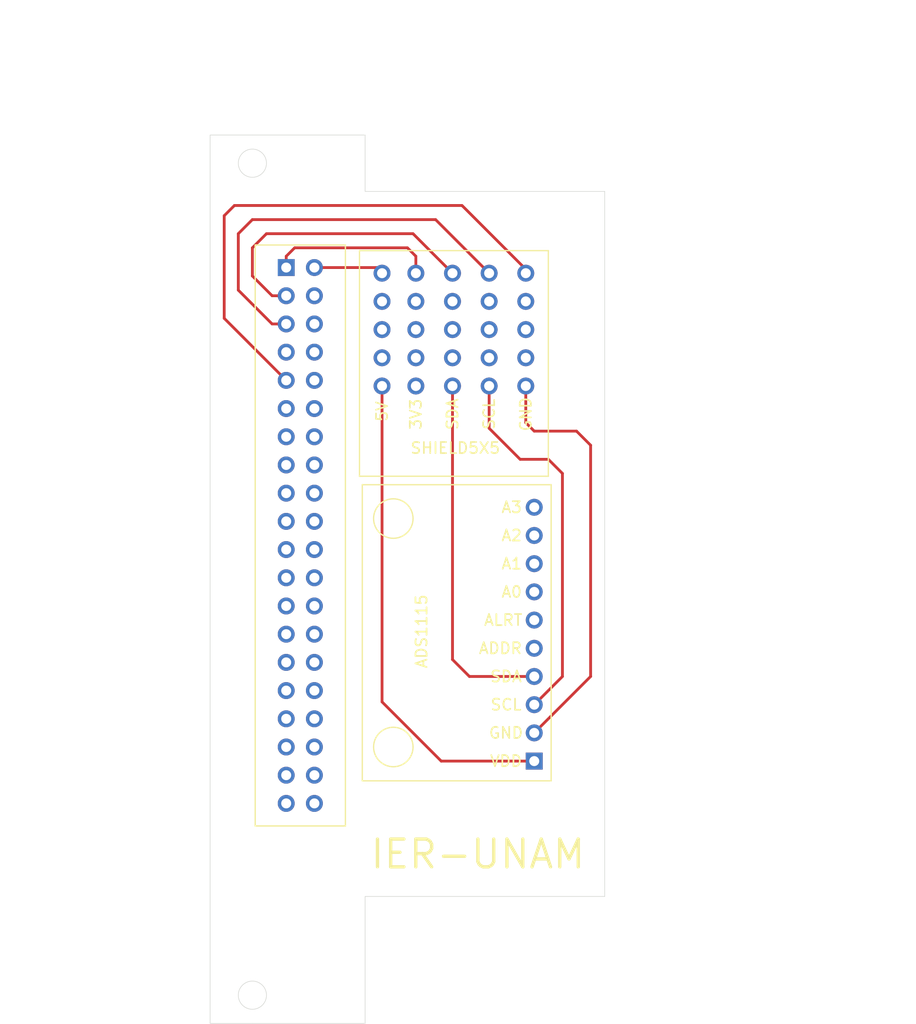
<source format=kicad_pcb>
(kicad_pcb (version 20171130) (host pcbnew "(5.1.9)-1")

  (general
    (thickness 1.6)
    (drawings 17)
    (tracks 42)
    (zones 0)
    (modules 3)
    (nets 1)
  )

  (page A4)
  (layers
    (0 F.Cu signal)
    (31 B.Cu signal)
    (32 B.Adhes user)
    (33 F.Adhes user)
    (34 B.Paste user)
    (35 F.Paste user)
    (36 B.SilkS user)
    (37 F.SilkS user)
    (38 B.Mask user)
    (39 F.Mask user)
    (40 Dwgs.User user)
    (41 Cmts.User user)
    (42 Eco1.User user)
    (43 Eco2.User user)
    (44 Edge.Cuts user)
    (45 Margin user)
    (46 B.CrtYd user)
    (47 F.CrtYd user)
    (48 B.Fab user)
    (49 F.Fab user)
  )

  (setup
    (last_trace_width 0.25)
    (trace_clearance 0.2)
    (zone_clearance 0.508)
    (zone_45_only no)
    (trace_min 0.2)
    (via_size 0.8)
    (via_drill 0.4)
    (via_min_size 0.4)
    (via_min_drill 0.3)
    (uvia_size 0.3)
    (uvia_drill 0.1)
    (uvias_allowed no)
    (uvia_min_size 0.2)
    (uvia_min_drill 0.1)
    (edge_width 0.05)
    (segment_width 0.2)
    (pcb_text_width 0.3)
    (pcb_text_size 1.5 1.5)
    (mod_edge_width 0.12)
    (mod_text_size 1 1)
    (mod_text_width 0.15)
    (pad_size 1.524 1.524)
    (pad_drill 0.9)
    (pad_to_mask_clearance 0)
    (aux_axis_origin 0 0)
    (visible_elements 7FFFFFFF)
    (pcbplotparams
      (layerselection 0x010fc_ffffffff)
      (usegerberextensions false)
      (usegerberattributes true)
      (usegerberadvancedattributes true)
      (creategerberjobfile true)
      (excludeedgelayer true)
      (linewidth 0.100000)
      (plotframeref false)
      (viasonmask false)
      (mode 1)
      (useauxorigin false)
      (hpglpennumber 1)
      (hpglpenspeed 20)
      (hpglpendiameter 15.000000)
      (psnegative false)
      (psa4output false)
      (plotreference true)
      (plotvalue true)
      (plotinvisibletext false)
      (padsonsilk false)
      (subtractmaskfromsilk false)
      (outputformat 1)
      (mirror false)
      (drillshape 1)
      (scaleselection 1)
      (outputdirectory ""))
  )

  (net 0 "")

  (net_class Default "This is the default net class."
    (clearance 0.2)
    (trace_width 0.25)
    (via_dia 0.8)
    (via_drill 0.4)
    (uvia_dia 0.3)
    (uvia_drill 0.1)
  )

  (module SHIELD-RASP3:SHIELD-RASP3 (layer F.Cu) (tedit 60FB347C) (tstamp 60E8CEF1)
    (at 118.11 100.33)
    (fp_text reference SHIELD-RASP3 (at 17.78 -24.892 -90) (layer F.SilkS) hide
      (effects (font (size 1 1) (thickness 0.15)))
    )
    (fp_text value SHIELD-RASP3 (at 11.43 -24.892 -90) (layer F.Fab) hide
      (effects (font (size 1 1) (thickness 0.15)))
    )
    (fp_line (start 10.414 -52.324) (end 18.542 -52.324) (layer F.SilkS) (width 0.12))
    (fp_line (start 18.542 -52.324) (end 18.542 0) (layer F.SilkS) (width 0.12))
    (fp_line (start 18.542 0) (end 10.414 0) (layer F.SilkS) (width 0.12))
    (fp_line (start 10.414 0) (end 10.414 -52.324) (layer F.SilkS) (width 0.12))
    (pad 39 thru_hole circle (at 13.208 -2.032 270) (size 1.524 1.524) (drill 0.9) (layers *.Cu *.Mask))
    (pad 37 thru_hole circle (at 13.208 -4.572 270) (size 1.524 1.524) (drill 0.9) (layers *.Cu *.Mask))
    (pad 35 thru_hole circle (at 13.208 -7.112 270) (size 1.524 1.524) (drill 0.9) (layers *.Cu *.Mask))
    (pad 33 thru_hole circle (at 13.208 -9.652 270) (size 1.524 1.524) (drill 0.9) (layers *.Cu *.Mask))
    (pad 31 thru_hole circle (at 13.208 -12.192 270) (size 1.524 1.524) (drill 0.9) (layers *.Cu *.Mask))
    (pad 29 thru_hole circle (at 13.208 -14.732 270) (size 1.524 1.524) (drill 0.9) (layers *.Cu *.Mask))
    (pad 27 thru_hole circle (at 13.208 -17.272 270) (size 1.524 1.524) (drill 0.9) (layers *.Cu *.Mask))
    (pad 25 thru_hole circle (at 13.208 -19.812 270) (size 1.524 1.524) (drill 0.9) (layers *.Cu *.Mask))
    (pad 23 thru_hole circle (at 13.208 -22.352 270) (size 1.524 1.524) (drill 0.9) (layers *.Cu *.Mask))
    (pad 21 thru_hole circle (at 13.208 -24.892 270) (size 1.524 1.524) (drill 0.9) (layers *.Cu *.Mask))
    (pad 19 thru_hole circle (at 13.208 -27.432 270) (size 1.524 1.524) (drill 0.9) (layers *.Cu *.Mask))
    (pad 17 thru_hole circle (at 13.208 -29.972 270) (size 1.524 1.524) (drill 0.9) (layers *.Cu *.Mask))
    (pad 15 thru_hole circle (at 13.208 -32.512 270) (size 1.524 1.524) (drill 0.9) (layers *.Cu *.Mask))
    (pad 13 thru_hole circle (at 13.208 -35.052 270) (size 1.524 1.524) (drill 0.9) (layers *.Cu *.Mask))
    (pad 11 thru_hole circle (at 13.208 -37.592 270) (size 1.524 1.524) (drill 0.9) (layers *.Cu *.Mask))
    (pad 9 thru_hole circle (at 13.208 -40.132 270) (size 1.524 1.524) (drill 0.9) (layers *.Cu *.Mask))
    (pad 7 thru_hole circle (at 13.208 -42.672 270) (size 1.524 1.524) (drill 0.9) (layers *.Cu *.Mask F.Paste))
    (pad 5 thru_hole circle (at 13.208 -45.212 270) (size 1.524 1.524) (drill 0.9) (layers *.Cu *.Mask))
    (pad 3 thru_hole circle (at 13.208 -47.752 270) (size 1.524 1.524) (drill 0.9) (layers *.Cu *.Mask))
    (pad 1 thru_hole rect (at 13.208 -50.292 270) (size 1.524 1.524) (drill 0.9) (layers *.Cu *.Mask))
    (pad 40 thru_hole circle (at 15.748 -2.032 270) (size 1.524 1.524) (drill 0.9) (layers *.Cu *.Mask))
    (pad 38 thru_hole circle (at 15.748 -4.572 270) (size 1.524 1.524) (drill 0.9) (layers *.Cu *.Mask))
    (pad 36 thru_hole circle (at 15.748 -7.112 270) (size 1.524 1.524) (drill 0.9) (layers *.Cu *.Mask))
    (pad 34 thru_hole circle (at 15.748 -9.652 270) (size 1.524 1.524) (drill 0.9) (layers *.Cu *.Mask))
    (pad 32 thru_hole circle (at 15.748 -12.192 270) (size 1.524 1.524) (drill 0.9) (layers *.Cu *.Mask))
    (pad 30 thru_hole circle (at 15.748 -14.732 270) (size 1.524 1.524) (drill 0.9) (layers *.Cu *.Mask))
    (pad 28 thru_hole circle (at 15.748 -17.272 270) (size 1.524 1.524) (drill 0.9) (layers *.Cu *.Mask))
    (pad 26 thru_hole circle (at 15.748 -19.812 270) (size 1.524 1.524) (drill 0.9) (layers *.Cu *.Mask))
    (pad 24 thru_hole circle (at 15.748 -22.352 270) (size 1.524 1.524) (drill 0.9) (layers *.Cu *.Mask))
    (pad 22 thru_hole circle (at 15.748 -24.892 270) (size 1.524 1.524) (drill 0.9) (layers *.Cu *.Mask))
    (pad 20 thru_hole circle (at 15.748 -27.432 270) (size 1.524 1.524) (drill 0.9) (layers *.Cu *.Mask))
    (pad 18 thru_hole circle (at 15.748 -29.972 270) (size 1.524 1.524) (drill 0.9) (layers *.Cu *.Mask))
    (pad 16 thru_hole circle (at 15.748 -32.512 270) (size 1.524 1.524) (drill 0.9) (layers *.Cu *.Mask))
    (pad 14 thru_hole circle (at 15.748 -35.052 270) (size 1.524 1.524) (drill 0.9) (layers *.Cu *.Mask))
    (pad 12 thru_hole circle (at 15.748 -37.592 270) (size 1.524 1.524) (drill 0.9) (layers *.Cu *.Mask))
    (pad 10 thru_hole circle (at 15.748 -40.132 270) (size 1.524 1.524) (drill 0.9) (layers *.Cu *.Mask))
    (pad 8 thru_hole circle (at 15.748 -42.672 270) (size 1.524 1.524) (drill 0.9) (layers *.Cu *.Mask))
    (pad 6 thru_hole circle (at 15.748 -45.212 270) (size 1.524 1.524) (drill 0.9) (layers *.Cu *.Mask))
    (pad 4 thru_hole circle (at 15.748 -47.752 270) (size 1.524 1.524) (drill 0.9) (layers *.Cu *.Mask))
    (pad 2 thru_hole circle (at 15.748 -50.292 270) (size 1.524 1.524) (drill 0.9) (layers *.Cu *.Mask))
  )

  (module ADlib:ads1115 (layer F.Cu) (tedit 60FB31B6) (tstamp 60E8CFDB)
    (at 148.59 92.71 90)
    (fp_text reference ADS1115 (at 9.906 -5.08 90) (layer F.SilkS)
      (effects (font (size 1 1) (thickness 0.15)))
    )
    (fp_text value ads1115 (at 9.906 -2.54 90) (layer F.Fab) hide
      (effects (font (size 1 1) (thickness 0.15)))
    )
    (fp_line (start 23.114 6.604) (end -3.556 6.604) (layer F.SilkS) (width 0.12))
    (fp_line (start -3.556 -10.414) (end -3.556 6.604) (layer F.SilkS) (width 0.12))
    (fp_line (start -3.556 -10.414) (end 23.114 -10.414) (layer F.SilkS) (width 0.12))
    (fp_line (start 23.114 -10.414) (end 23.114 6.604) (layer F.SilkS) (width 0.12))
    (fp_circle (center 20.066 -7.62) (end 21.844 -7.62) (layer F.SilkS) (width 0.12))
    (fp_circle (center -0.508 -7.62) (end 1.27 -7.62) (layer F.SilkS) (width 0.12))
    (fp_text user A3 (at 21.082 3.048) (layer F.SilkS)
      (effects (font (size 1 1) (thickness 0.15)))
    )
    (fp_text user A2 (at 18.542 3.048) (layer F.SilkS)
      (effects (font (size 1 1) (thickness 0.15)))
    )
    (fp_text user A1 (at 16.002 3.048) (layer F.SilkS)
      (effects (font (size 1 1) (thickness 0.15)))
    )
    (fp_text user A0 (at 13.462 3.048) (layer F.SilkS)
      (effects (font (size 1 1) (thickness 0.15)))
    )
    (fp_text user ALRT (at 10.922 2.286) (layer F.SilkS)
      (effects (font (size 1 1) (thickness 0.15)))
    )
    (fp_text user ADDR (at 8.382 2.032) (layer F.SilkS)
      (effects (font (size 1 1) (thickness 0.15)))
    )
    (fp_text user SDA (at 5.842 2.54) (layer F.SilkS)
      (effects (font (size 1 1) (thickness 0.15)))
    )
    (fp_text user SCL (at 3.302 2.54) (layer F.SilkS)
      (effects (font (size 1 1) (thickness 0.15)))
    )
    (fp_text user GND (at 0.762 2.54) (layer F.SilkS)
      (effects (font (size 1 1) (thickness 0.15)))
    )
    (fp_text user VDD (at -1.778 2.54) (layer F.SilkS)
      (effects (font (size 1 1) (thickness 0.15)))
    )
    (pad 10 thru_hole circle (at 21.082 5.08 90) (size 1.524 1.524) (drill 0.9) (layers *.Cu *.Mask))
    (pad 9 thru_hole circle (at 18.542 5.08 90) (size 1.524 1.524) (drill 0.9) (layers *.Cu *.Mask))
    (pad 8 thru_hole circle (at 16.002 5.08 90) (size 1.524 1.524) (drill 0.9) (layers *.Cu *.Mask))
    (pad 7 thru_hole circle (at 13.462 5.08 90) (size 1.524 1.524) (drill 0.9) (layers *.Cu *.Mask))
    (pad 6 thru_hole circle (at 10.922 5.08 90) (size 1.524 1.524) (drill 0.9) (layers *.Cu *.Mask))
    (pad 5 thru_hole circle (at 8.382 5.08 90) (size 1.524 1.524) (drill 0.9) (layers *.Cu *.Mask))
    (pad 4 thru_hole circle (at 5.842 5.08 90) (size 1.524 1.524) (drill 0.9) (layers *.Cu *.Mask))
    (pad 3 thru_hole circle (at 3.302 5.08 90) (size 1.524 1.524) (drill 0.9) (layers *.Cu *.Mask))
    (pad 2 thru_hole circle (at 0.762 5.08 90) (size 1.524 1.524) (drill 0.9) (layers *.Cu *.Mask))
    (pad 1 thru_hole rect (at -1.778 5.08 90) (size 1.524 1.524) (drill 0.9) (layers *.Cu *.Mask))
  )

  (module SHIELD5X5:SHIELD5X5 (layer F.Cu) (tedit 60FB3121) (tstamp 60E8CF74)
    (at 154.94 54.61 180)
    (fp_text reference SHIELD5X5 (at 8.382 -11.684) (layer F.SilkS)
      (effects (font (size 1 1) (thickness 0.15)))
    )
    (fp_text value SHIELD5X5 (at 8.382 -13.208) (layer F.Fab) hide
      (effects (font (size 1 1) (thickness 0.15)))
    )
    (fp_line (start 0 -14.224) (end 0 6.096) (layer F.SilkS) (width 0.12))
    (fp_line (start 17.018 -14.224) (end 0 -14.224) (layer F.SilkS) (width 0.12))
    (fp_line (start 17.018 6.096) (end 17.018 -14.224) (layer F.SilkS) (width 0.12))
    (fp_line (start 0 6.096) (end 17.018 6.096) (layer F.SilkS) (width 0.12))
    (fp_text user 5V (at 14.986 -8.382 90) (layer F.SilkS)
      (effects (font (size 1 1) (thickness 0.15)))
    )
    (fp_text user 3V3 (at 11.938 -8.636 90) (layer F.SilkS)
      (effects (font (size 1 1) (thickness 0.15)))
    )
    (fp_text user SCL (at 5.334 -8.636 90) (layer F.SilkS)
      (effects (font (size 1 1) (thickness 0.15)))
    )
    (fp_text user GND (at 2.032 -8.636 90) (layer F.SilkS)
      (effects (font (size 1 1) (thickness 0.15)))
    )
    (fp_text user SDA (at 8.636 -8.636 90) (layer F.SilkS)
      (effects (font (size 1 1) (thickness 0.15)))
    )
    (pad 2 thru_hole circle (at 14.986 -3.556 180) (size 1.524 1.524) (drill 0.9) (layers *.Cu *.Mask))
    (pad 3 thru_hole circle (at 14.986 -1.016 180) (size 1.524 1.524) (drill 0.9) (layers *.Cu *.Mask))
    (pad 5 thru_hole circle (at 14.986 4.064 180) (size 1.524 1.524) (drill 0.9) (layers *.Cu *.Mask))
    (pad 1 thru_hole circle (at 14.986 -6.096 180) (size 1.524 1.524) (drill 0.9) (layers *.Cu *.Mask))
    (pad 4 thru_hole circle (at 14.986 1.524 180) (size 1.524 1.524) (drill 0.9) (layers *.Cu *.Mask))
    (pad 2 thru_hole circle (at 11.938 -3.556 180) (size 1.524 1.524) (drill 0.9) (layers *.Cu *.Mask))
    (pad 3 thru_hole circle (at 11.938 -1.016 180) (size 1.524 1.524) (drill 0.9) (layers *.Cu *.Mask))
    (pad 5 thru_hole circle (at 11.938 4.064 180) (size 1.524 1.524) (drill 0.9) (layers *.Cu *.Mask))
    (pad 1 thru_hole circle (at 11.938 -6.096 180) (size 1.524 1.524) (drill 0.9) (layers *.Cu *.Mask))
    (pad 4 thru_hole circle (at 11.938 1.524 180) (size 1.524 1.524) (drill 0.9) (layers *.Cu *.Mask))
    (pad 2 thru_hole circle (at 8.636 -3.556 180) (size 1.524 1.524) (drill 0.9) (layers *.Cu *.Mask))
    (pad 3 thru_hole circle (at 8.636 -1.016 180) (size 1.524 1.524) (drill 0.9) (layers *.Cu *.Mask))
    (pad 5 thru_hole circle (at 8.636 4.064 180) (size 1.524 1.524) (drill 0.9) (layers *.Cu *.Mask))
    (pad 1 thru_hole circle (at 8.636 -6.096 180) (size 1.524 1.524) (drill 0.9) (layers *.Cu *.Mask))
    (pad 4 thru_hole circle (at 8.636 1.524 180) (size 1.524 1.524) (drill 0.9) (layers *.Cu *.Mask))
    (pad 2 thru_hole circle (at 5.334 -3.556 180) (size 1.524 1.524) (drill 0.9) (layers *.Cu *.Mask))
    (pad 3 thru_hole circle (at 5.334 -1.016 180) (size 1.524 1.524) (drill 0.9) (layers *.Cu *.Mask))
    (pad 5 thru_hole circle (at 5.334 4.064 180) (size 1.524 1.524) (drill 0.9) (layers *.Cu *.Mask))
    (pad 1 thru_hole circle (at 5.334 -6.096 180) (size 1.524 1.524) (drill 0.9) (layers *.Cu *.Mask))
    (pad 4 thru_hole circle (at 5.334 1.524 180) (size 1.524 1.524) (drill 0.9) (layers *.Cu *.Mask))
    (pad 5 thru_hole circle (at 2.032 4.064 180) (size 1.524 1.524) (drill 0.9) (layers *.Cu *.Mask))
    (pad 4 thru_hole circle (at 2.032 1.524 180) (size 1.524 1.524) (drill 0.9) (layers *.Cu *.Mask))
    (pad 3 thru_hole circle (at 2.032 -1.016 180) (size 1.524 1.524) (drill 0.9) (layers *.Cu *.Mask))
    (pad 2 thru_hole circle (at 2.032 -3.556 180) (size 1.524 1.524) (drill 0.9) (layers *.Cu *.Mask))
    (pad 1 thru_hole circle (at 2.032 -6.096 180) (size 1.524 1.524) (drill 0.9) (layers *.Cu *.Mask))
  )

  (gr_text IER-UNAM (at 148.59 102.87) (layer F.SilkS)
    (effects (font (size 2.5 2.5) (thickness 0.3)))
  )
  (gr_line (start 138.43 118.11) (end 138.43 106.68) (layer Edge.Cuts) (width 0.05) (tstamp 60E8D475))
  (gr_line (start 128.27 118.11) (end 138.43 118.11) (layer Edge.Cuts) (width 0.05))
  (gr_line (start 138.43 38.1) (end 138.43 43.18) (layer Edge.Cuts) (width 0.05) (tstamp 60E8D474))
  (gr_line (start 128.27 38.1) (end 138.43 38.1) (layer Edge.Cuts) (width 0.05))
  (dimension 8.89 (width 0.15) (layer Dwgs.User)
    (gr_text "9 mm" (at 134.649999 45.085 -90) (layer Dwgs.User)
      (effects (font (size 1 1) (thickness 0.15)))
    )
    (feature1 (pts (xy 129.54 49.53) (xy 133.93642 49.53)))
    (feature2 (pts (xy 129.54 40.64) (xy 133.93642 40.64)))
    (crossbar (pts (xy 133.349999 40.64) (xy 133.349999 49.53)))
    (arrow1a (pts (xy 133.349999 49.53) (xy 132.763578 48.403496)))
    (arrow1b (pts (xy 133.349999 49.53) (xy 133.93642 48.403496)))
    (arrow2a (pts (xy 133.349999 40.64) (xy 132.763578 41.766504)))
    (arrow2b (pts (xy 133.349999 40.64) (xy 133.93642 41.766504)))
  )
  (dimension 74.93 (width 0.15) (layer Dwgs.User)
    (gr_text "74.930 mm" (at 109.190001 78.105 270) (layer Dwgs.User)
      (effects (font (size 1 1) (thickness 0.15)))
    )
    (feature1 (pts (xy 128.27 115.57) (xy 109.90358 115.57)))
    (feature2 (pts (xy 128.27 40.64) (xy 109.90358 40.64)))
    (crossbar (pts (xy 110.490001 40.64) (xy 110.490001 115.57)))
    (arrow1a (pts (xy 110.490001 115.57) (xy 109.90358 114.443496)))
    (arrow1b (pts (xy 110.490001 115.57) (xy 111.076422 114.443496)))
    (arrow2a (pts (xy 110.490001 40.64) (xy 109.90358 41.766504)))
    (arrow2b (pts (xy 110.490001 40.64) (xy 111.076422 41.766504)))
  )
  (gr_circle (center 128.27 115.57) (end 129.54 115.57) (layer Edge.Cuts) (width 0.05))
  (gr_circle (center 128.27 40.64) (end 129.54 40.64) (layer Edge.Cuts) (width 0.05))
  (gr_line (start 124.46 38.1) (end 128.27 38.1) (layer Edge.Cuts) (width 0.05))
  (gr_line (start 124.46 118.11) (end 124.46 38.1) (layer Edge.Cuts) (width 0.05))
  (gr_line (start 128.27 118.11) (end 124.46 118.11) (layer Edge.Cuts) (width 0.05))
  (gr_line (start 160.02 106.68) (end 138.43 106.68) (layer Edge.Cuts) (width 0.05))
  (gr_line (start 160.02 43.18) (end 160.02 106.68) (layer Edge.Cuts) (width 0.05))
  (gr_line (start 138.43 43.18) (end 160.02 43.18) (layer Edge.Cuts) (width 0.05))
  (dimension 35.56 (width 0.15) (layer Dwgs.User)
    (gr_text "35. mm" (at 142.24 26.64) (layer Dwgs.User)
      (effects (font (size 1 1) (thickness 0.15)))
    )
    (feature1 (pts (xy 124.46 38.099999) (xy 124.46 27.353579)))
    (feature2 (pts (xy 160.02 38.099999) (xy 160.02 27.353579)))
    (crossbar (pts (xy 160.02 27.94) (xy 124.46 27.94)))
    (arrow1a (pts (xy 124.46 27.94) (xy 125.586504 27.353579)))
    (arrow1b (pts (xy 124.46 27.94) (xy 125.586504 28.526421)))
    (arrow2a (pts (xy 160.02 27.94) (xy 158.893496 27.353579)))
    (arrow2b (pts (xy 160.02 27.94) (xy 158.893496 28.526421)))
  )
  (dimension 80.01 (width 0.15) (layer Dwgs.User) (tstamp 60E8D0B0)
    (gr_text "80.0 mm" (at 186.72 78.105 90) (layer Dwgs.User) (tstamp 60E8D0B0)
      (effects (font (size 1 1) (thickness 0.15)))
    )
    (feature1 (pts (xy 160.02 38.1) (xy 186.006421 38.1)))
    (feature2 (pts (xy 160.02 118.11) (xy 186.006421 118.11)))
    (crossbar (pts (xy 185.42 118.11) (xy 185.42 38.1)))
    (arrow1a (pts (xy 185.42 38.1) (xy 186.006421 39.226504)))
    (arrow1b (pts (xy 185.42 38.1) (xy 184.833579 39.226504)))
    (arrow2a (pts (xy 185.42 118.11) (xy 186.006421 116.983496)))
    (arrow2b (pts (xy 185.42 118.11) (xy 184.833579 116.983496)))
  )

  (segment (start 139.446 50.038) (end 139.954 50.546) (width 0.25) (layer F.Cu) (net 0))
  (segment (start 133.858 50.038) (end 139.446 50.038) (width 0.25) (layer F.Cu) (net 0))
  (segment (start 143.002 50.546) (end 143.002 49.022) (width 0.25) (layer F.Cu) (net 0))
  (segment (start 143.002 49.022) (end 142.24 48.26) (width 0.25) (layer F.Cu) (net 0))
  (segment (start 131.318 50.038) (end 131.318 49.022) (width 0.25) (layer F.Cu) (net 0))
  (segment (start 131.318 49.022) (end 132.08 48.26) (width 0.25) (layer F.Cu) (net 0))
  (segment (start 132.08 48.26) (end 142.24 48.26) (width 0.25) (layer F.Cu) (net 0))
  (segment (start 131.318 52.578) (end 130.048 52.578) (width 0.25) (layer F.Cu) (net 0))
  (segment (start 130.048 52.578) (end 128.27 50.8) (width 0.25) (layer F.Cu) (net 0))
  (segment (start 128.27 50.8) (end 128.27 48.26) (width 0.25) (layer F.Cu) (net 0))
  (segment (start 128.27 48.26) (end 129.54 46.99) (width 0.25) (layer F.Cu) (net 0))
  (segment (start 142.748 46.99) (end 146.304 50.546) (width 0.25) (layer F.Cu) (net 0))
  (segment (start 129.54 46.99) (end 142.748 46.99) (width 0.25) (layer F.Cu) (net 0))
  (segment (start 149.606 50.546) (end 144.78 45.72) (width 0.25) (layer F.Cu) (net 0))
  (segment (start 144.78 45.72) (end 128.27 45.72) (width 0.25) (layer F.Cu) (net 0))
  (segment (start 128.27 45.72) (end 127 46.99) (width 0.25) (layer F.Cu) (net 0))
  (segment (start 131.318 55.118) (end 130.048 55.118) (width 0.25) (layer F.Cu) (net 0))
  (segment (start 130.048 55.118) (end 127 52.07) (width 0.25) (layer F.Cu) (net 0))
  (segment (start 127 46.99) (end 127 52.07) (width 0.25) (layer F.Cu) (net 0))
  (segment (start 149.606 60.706) (end 149.606 64.516) (width 0.25) (layer F.Cu) (net 0))
  (segment (start 149.606 64.516) (end 152.4 67.31) (width 0.25) (layer F.Cu) (net 0))
  (segment (start 152.4 67.31) (end 154.94 67.31) (width 0.25) (layer F.Cu) (net 0))
  (segment (start 154.94 67.31) (end 156.21 68.58) (width 0.25) (layer F.Cu) (net 0))
  (segment (start 156.21 86.868) (end 153.67 89.408) (width 0.25) (layer F.Cu) (net 0))
  (segment (start 156.21 68.58) (end 156.21 86.868) (width 0.25) (layer F.Cu) (net 0))
  (segment (start 152.908 60.706) (end 152.908 64.008) (width 0.25) (layer F.Cu) (net 0))
  (segment (start 152.908 64.008) (end 153.67 64.77) (width 0.25) (layer F.Cu) (net 0))
  (segment (start 153.67 64.77) (end 157.48 64.77) (width 0.25) (layer F.Cu) (net 0))
  (segment (start 157.48 64.77) (end 158.75 66.04) (width 0.25) (layer F.Cu) (net 0))
  (segment (start 158.75 86.868) (end 153.67 91.948) (width 0.25) (layer F.Cu) (net 0))
  (segment (start 158.75 66.04) (end 158.75 86.868) (width 0.25) (layer F.Cu) (net 0))
  (segment (start 139.954 60.706) (end 139.954 89.154) (width 0.25) (layer F.Cu) (net 0))
  (segment (start 145.288 94.488) (end 153.67 94.488) (width 0.25) (layer F.Cu) (net 0))
  (segment (start 139.954 89.154) (end 145.288 94.488) (width 0.25) (layer F.Cu) (net 0))
  (segment (start 146.304 60.706) (end 146.304 85.344) (width 0.25) (layer F.Cu) (net 0))
  (segment (start 147.828 86.868) (end 153.67 86.868) (width 0.25) (layer F.Cu) (net 0))
  (segment (start 146.304 85.344) (end 147.828 86.868) (width 0.25) (layer F.Cu) (net 0))
  (segment (start 126.64999 44.45) (end 147.16201 44.45) (width 0.25) (layer F.Cu) (net 0))
  (segment (start 125.73 45.36999) (end 126.64999 44.45) (width 0.25) (layer F.Cu) (net 0))
  (segment (start 147.16201 44.45) (end 152.908 50.19599) (width 0.25) (layer F.Cu) (net 0))
  (segment (start 125.73 54.61) (end 125.73 45.36999) (width 0.25) (layer F.Cu) (net 0))
  (segment (start 131.318 60.198) (end 125.73 54.61) (width 0.25) (layer F.Cu) (net 0))

)

</source>
